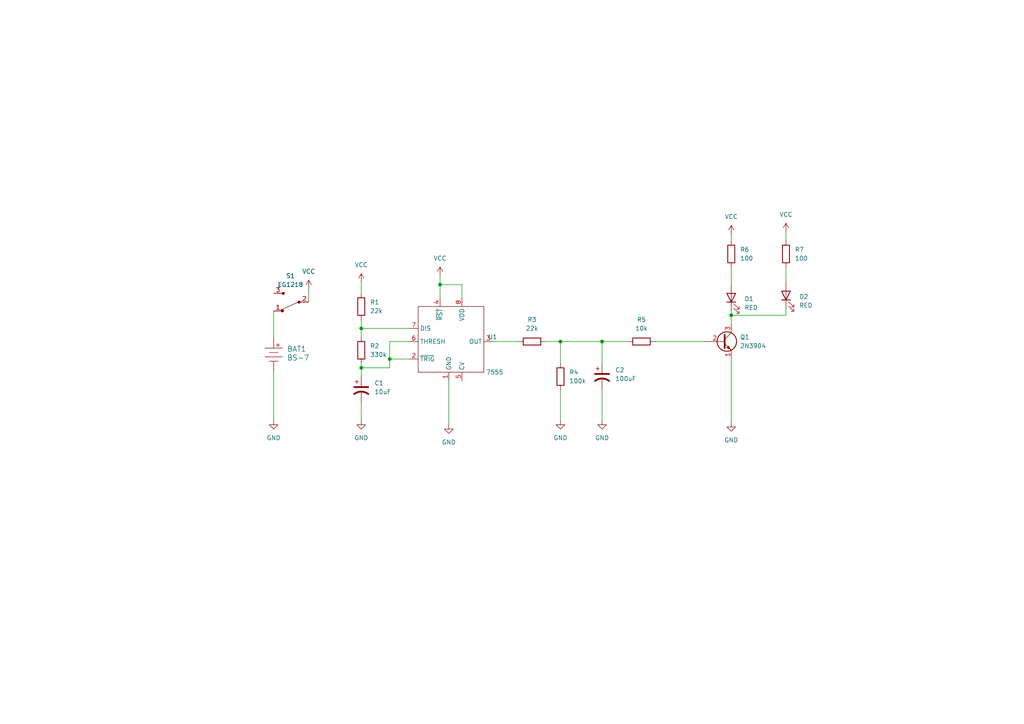
<source format=kicad_sch>
(kicad_sch (version 20230121) (generator eeschema)
  (paper "A4")
  (title_block (title "555 Badge") (date "2023-06-27") (rev "v01") (comment 2 "creativecommons.org/licenses/by/4.0/") (comment 3 "License: CC BY 4.0") (comment 4 "Author: PM"))
  (lib_symbols
    (symbol "555_component:7555"
      (property "Reference" "U" (at -10.16 10.16 0))
      (symbol "7555_0_1"
        (rectangle (start -10.16 8.89) (end 8.89 -10.16))
        (rectangle (start -8.89 7.62) (end -8.89 7.62))
      )
      (symbol "7555_1_1"
        (pin input line (at -1.27 -12.7 90) (length 2.54) (name "GND") (number "1"))
        (pin input line (at -12.7 -6.35 0) (length 2.54) (name "~{TRIG}") (number "2"))
        (pin input line (at 11.43 -1.27 180) (length 2.54) (name "OUT") (number "3"))
        (pin input line (at -3.81 11.43 270) (length 2.54) (name "~{RST}") (number "4"))
        (pin input line (at 2.54 -12.7 90) (length 2.54) (name "CV") (number "5"))
        (pin input line (at -12.7 -1.27 0) (length 2.54) (name "THRESH") (number "6"))
        (pin input line (at -12.7 2.54 0) (length 2.54) (name "DIS") (number "7"))
        (pin input line (at 2.54 11.43 270) (length 2.54) (name "VDD") (number "8"))
      )
    )
    (symbol "Device:C_Polarized_US" (pin_numbers hide) (pin_names (offset 0.254) hide)
      (property "Reference" "C" (at 0.635 2.54 0))
      (property "Value" "C_Polarized_US" (at 0.635 -2.54 0))
      (symbol "C_Polarized_US_0_1"
        (polyline (pts (xy -2.032 0.762) (xy 2.032 0.762)) (stroke (width 0.508)))
        (polyline (pts (xy -1.778 2.286) (xy -0.762 2.286)))
        (polyline (pts (xy -1.27 1.778) (xy -1.27 2.794)))
        (arc (start 2.032 -1.27) (mid 0 -0.5572) (end -2.032 -1.27) (stroke (width 0.508)))
      )
      (symbol "C_Polarized_US_1_1"
        (pin passive line (at 0 3.81 270) (length 2.794) (name "~") (number "1"))
        (pin passive line (at 0 -3.81 90) (length 3.302) (name "~") (number "2"))
      )
    )
    (symbol "Device:LED" (pin_numbers hide) (pin_names (offset 1.016) hide)
      (property "Reference" "D" (at 0 2.54 0))
      (property "Value" "LED" (at 0 -2.54 0))
      (symbol "LED_0_1"
        (polyline (pts (xy -1.27 -1.27) (xy -1.27 1.27)) (stroke (width 0.254)))
        (polyline (pts (xy -1.27 0) (xy 1.27 0)))
        (polyline (pts (xy 1.27 -1.27) (xy 1.27 1.27) (xy -1.27 0) (xy 1.27 -1.27)) (stroke (width 0.254)))
        (polyline (pts (xy -3.048 -0.762) (xy -4.572 -2.286) (xy -3.81 -2.286) (xy -4.572 -2.286) (xy -4.572 -1.524)))
        (polyline (pts (xy -1.778 -0.762) (xy -3.302 -2.286) (xy -2.54 -2.286) (xy -3.302 -2.286) (xy -3.302 -1.524)))
      )
      (symbol "LED_1_1"
        (pin passive line (at -3.81 0 0) (length 2.54) (name "K") (number "1"))
        (pin passive line (at 3.81 0 180) (length 2.54) (name "A") (number "2"))
      )
    )
    (symbol "Device:R" (pin_numbers hide) (pin_names (offset 0))
      (property "Reference" "R" (at 2.032 0 90))
      (property "Value" "R" (at 0 0 90))
      (symbol "R_0_1"
        (rectangle (start -1.016 -2.54) (end 1.016 2.54) (stroke (width 0.254)))
      )
      (symbol "R_1_1"
        (pin passive line (at 0 3.81 270) (length 1.27) (name "~") (number "1"))
        (pin passive line (at 0 -3.81 90) (length 1.27) (name "~") (number "2"))
      )
    )
    (symbol "Transistor_BJT:2N3904" (pin_names (offset 0) hide)
      (property "Reference" "Q" (at 5.08 1.905 0))
      (property "Value" "2N3904" (at 5.08 0 0))
      (symbol "2N3904_0_1"
        (polyline (pts (xy 0.635 0.635) (xy 2.54 2.54)))
        (polyline (pts (xy 0.635 -0.635) (xy 2.54 -2.54) (xy 2.54 -2.54)))
        (polyline (pts (xy 0.635 1.905) (xy 0.635 -1.905) (xy 0.635 -1.905)) (stroke (width 0.508)))
        (polyline (pts (xy 1.27 -1.778) (xy 1.778 -1.27) (xy 2.286 -2.286) (xy 1.27 -1.778) (xy 1.27 -1.778)) (fill (type outline)))
        (circle (center 1.27 0) (radius 2.8194) (stroke (width 0.254)))
      )
      (symbol "2N3904_1_1"
        (pin passive line (at 2.54 -5.08 90) (length 2.54) (name "E") (number "1"))
        (pin passive line (at -5.08 0 0) (length 5.715) (name "B") (number "2"))
        (pin passive line (at 2.54 5.08 270) (length 2.54) (name "C") (number "3"))
      )
    )
    (symbol "dk_Battery-Holders-Clips-Contacts:BS-7" (pin_numbers hide) (pin_names (offset 1.016))
      (property "Reference" "BAT" (at -1.27 3.81 0))
      (property "Value" "BS-7" (at -1.27 -3.81 0))
      (symbol "BS-7_1_1"
        (polyline (pts (xy 0 -2.54) (xy 0 -1.905)))
        (polyline (pts (xy 0 1.905) (xy 0 2.54)))
        (polyline (pts (xy 1.27 -1.905) (xy -1.27 -1.905)))
        (polyline (pts (xy 1.27 0.635) (xy -1.27 0.635)))
        (polyline (pts (xy 1.27 2.286) (xy 1.27 3.302)))
        (polyline (pts (xy 1.778 2.794) (xy 0.762 2.794)))
        (polyline (pts (xy 2.54 -0.635) (xy -2.54 -0.635)))
        (polyline (pts (xy 2.54 1.905) (xy -2.54 1.905)))
        (pin power_out line (at 0 -5.08 90) (length 2.54) (name "~") (number "Neg"))
        (pin power_out line (at 0 5.08 270) (length 2.54) (name "~") (number "Pos"))
      )
    )
    (symbol "dk_Slide-Switches:EG1218" (pin_names (offset 0))
      (property "Reference" "S" (at -3.81 2.286 0))
      (property "Value" "EG1218" (at 0 -5.334 0))
      (symbol "EG1218_0_1"
        (circle (center -2.286 0) (radius 0.3556) (fill (type outline)))
        (polyline (pts (xy -2.032 0) (xy 3.048 2.286)))
        (circle (center 2.286 -2.54) (radius 0.3556) (fill (type outline)))
        (circle (center 2.54 2.54) (radius 0.3556) (fill (type outline)))
      )
      (symbol "EG1218_1_1"
        (pin passive line (at 5.08 2.54 180) (length 2.54) (name "~") (number "1"))
        (pin passive line (at -5.08 0 0) (length 2.54) (name "~") (number "2"))
        (pin passive line (at 5.08 -2.54 180) (length 2.54) (name "~") (number "3"))
      )
    )
    (symbol "power:GND" (power) (pin_names (offset 0))
      (property "Value" "GND" (at 0 -3.81 0))
      (symbol "GND_0_1"
        (polyline (pts (xy 0 0) (xy 0 -1.27) (xy 1.27 -1.27) (xy 0 -2.54) (xy -1.27 -1.27) (xy 0 -1.27)))
      )
      (symbol "GND_1_1"
        (pin power_in line (at 0 0 270) (length 0) hide (name "GND") (number "1"))
      )
    )
    (symbol "power:VCC" (power) (pin_names (offset 0))
      (property "Value" "VCC" (at 0 3.81 0))
      (symbol "VCC_0_1"
        (polyline (pts (xy -0.762 1.27) (xy 0 2.54)))
        (polyline (pts (xy 0 0) (xy 0 2.54)))
        (polyline (pts (xy 0 2.54) (xy 0.762 1.27)))
      )
      (symbol "VCC_1_1"
        (pin power_in line (at 0 0 90) (length 0) hide (name "VCC") (number "1"))
      )
    )
  )
  (junction (at 104.775 106.68))
  (junction (at 162.56 99.06))
  (junction (at 212.09 91.44))
  (junction (at 104.775 95.25))
  (junction (at 113.03 104.14))
  (junction (at 127.635 82.55))
  (junction (at 174.625 99.06))
  (wire (pts (xy 133.985 82.55) (xy 133.985 86.36)))
  (wire (pts (xy 227.965 89.535) (xy 227.965 91.44)))
  (wire (pts (xy 130.175 110.49) (xy 130.175 123.19)))
  (wire (pts (xy 162.56 113.03) (xy 162.56 121.92)))
  (wire (pts (xy 104.775 106.68) (xy 104.775 109.22)))
  (wire (pts (xy 89.535 83.82) (xy 89.535 87.63)))
  (wire (pts (xy 113.03 104.14) (xy 113.03 106.68)))
  (wire (pts (xy 162.56 99.06) (xy 174.625 99.06)))
  (wire (pts (xy 174.625 99.06) (xy 174.625 105.41)))
  (wire (pts (xy 118.745 104.14) (xy 113.03 104.14)))
  (wire (pts (xy 212.09 104.14) (xy 212.09 122.555)))
  (wire (pts (xy 79.375 90.17) (xy 79.375 97.79)))
  (wire (pts (xy 174.625 113.03) (xy 174.625 121.92)))
  (wire (pts (xy 104.775 105.41) (xy 104.775 106.68)))
  (wire (pts (xy 227.965 77.47) (xy 227.965 81.915)))
  (wire (pts (xy 113.03 106.68) (xy 104.775 106.68)))
  (wire (pts (xy 104.775 95.25) (xy 118.745 95.25)))
  (wire (pts (xy 174.625 99.06) (xy 182.245 99.06)))
  (wire (pts (xy 127.635 82.55) (xy 127.635 86.36)))
  (wire (pts (xy 212.09 91.44) (xy 212.09 93.98)))
  (wire (pts (xy 127.635 82.55) (xy 133.985 82.55)))
  (wire (pts (xy 212.09 90.17) (xy 212.09 91.44)))
  (wire (pts (xy 212.09 91.44) (xy 227.965 91.44)))
  (wire (pts (xy 104.775 81.915) (xy 104.775 85.09)))
  (wire (pts (xy 212.09 77.47) (xy 212.09 82.55)))
  (wire (pts (xy 104.775 116.84) (xy 104.775 121.92)))
  (wire (pts (xy 104.775 95.25) (xy 104.775 97.79)))
  (wire (pts (xy 127.635 80.01) (xy 127.635 82.55)))
  (wire (pts (xy 104.775 92.71) (xy 104.775 95.25)))
  (wire (pts (xy 189.865 99.06) (xy 204.47 99.06)))
  (wire (pts (xy 162.56 99.06) (xy 162.56 105.41)))
  (wire (pts (xy 118.745 99.06) (xy 113.03 99.06)))
  (wire (pts (xy 142.875 99.06) (xy 150.495 99.06)))
  (wire (pts (xy 79.375 107.95) (xy 79.375 121.92)))
  (wire (pts (xy 227.965 67.31) (xy 227.965 69.85)))
  (wire (pts (xy 212.09 67.945) (xy 212.09 69.85)))
  (wire (pts (xy 158.115 99.06) (xy 162.56 99.06)))
  (wire (pts (xy 113.03 99.06) (xy 113.03 104.14)))
  (symbol (lib_id "Device:R") (at 104.775 101.6 0) (unit 1)
    (property "Reference" "R2" (at 107.315 100.33 0) (effects (justify left)))
    (property "Value" "330k" (at 107.315 102.87 0) (effects (justify left)))
    (property "Footprint" "Resistor_THT:R_Axial_DIN0207_L6.3mm_D2.5mm_P7.62mm_Horizontal" (effects hide))
  )
  (symbol (lib_id "power:GND") (at 130.175 123.19 0) (unit 1)
    (property "Reference" "#PWR06" (effects hide))
    (property "Value" "GND" (at 130.175 128.27 0))
  )
  (symbol (lib_id "power:GND") (at 162.56 121.92 0) (unit 1)
    (property "Reference" "#PWR07" (effects hide))
    (property "Value" "GND" (at 162.56 127 0))
  )
  (symbol (lib_id "power:GND") (at 79.375 121.92 0) (unit 1)
    (property "Reference" "#PWR01" (effects hide))
    (property "Value" "GND" (at 79.375 127 0))
  )
  (symbol (lib_id "Device:LED") (at 227.965 85.725 90) (unit 1)
    (property "Reference" "D2" (at 231.775 86.0425 90) (effects (justify right)))
    (property "Value" "RED" (at 231.775 88.5825 90) (effects (justify right)))
    (property "Footprint" "LED_THT:LED_D3.0mm" (effects hide))
  )
  (symbol (lib_id "power:VCC") (at 227.965 67.31 0) (unit 1)
    (property "Reference" "#PWR011" (effects hide))
    (property "Value" "VCC" (at 227.965 62.23 0))
  )
  (symbol (lib_id "555_component:7555") (at 131.445 97.79 0) (unit 1)
    (property "Reference" "U1" (at 142.875 97.7139 0))
    (property "Value" "7555" (at 143.51 107.95 0))
    (property "Footprint" "555_Timer:ICM7555-PDIP" (effects hide))
  )
  (symbol (lib_id "power:VCC") (at 104.775 81.915 0) (unit 1)
    (property "Reference" "#PWR03" (effects hide))
    (property "Value" "VCC" (at 104.775 76.835 0))
  )
  (symbol (lib_id "dk_Slide-Switches:EG1218") (at 84.455 87.63 180) (unit 1)
    (property "Reference" "S1" (at 84.2518 80.01 0))
    (property "Value" "EG1218" (at 84.2518 82.55 0))
    (property "Footprint" "digikey-footprints:Switch_Slide_11.6x4mm_EG1218" (effects hide))
    (property "Datasheet" "http://spec_sheets.e-switch.com/specs/P040040.pdf" (effects hide))
    (property "Digi-Key_PN" "EG1903-ND" (effects hide))
    (property "MPN" "EG1218" (effects hide))
    (property "Category" "Switches" (effects hide))
    (property "Family" "Slide Switches" (effects hide))
    (property "DK_Datasheet_Link" "http://spec_sheets.e-switch.com/specs/P040040.pdf" (effects hide))
    (property "DK_Detail_Page" "/product-detail/en/e-switch/EG1218/EG1903-ND/101726" (effects hide))
    (property "Description" "SWITCH SLIDE SPDT 200MA 30V" (effects hide))
    (property "Manufacturer" "E-Switch" (effects hide))
    (property "Status" "Active" (effects hide))
  )
  (symbol (lib_id "Device:R") (at 154.305 99.06 90) (unit 1)
    (property "Reference" "R3" (at 154.305 92.71 90))
    (property "Value" "22k" (at 154.305 95.25 90))
    (property "Footprint" "Resistor_THT:R_Axial_DIN0207_L6.3mm_D2.5mm_P7.62mm_Horizontal" (effects hide))
  )
  (symbol (lib_id "Device:R") (at 212.09 73.66 0) (unit 1)
    (property "Reference" "R6" (at 214.63 72.39 0) (effects (justify left)))
    (property "Value" "100" (at 214.63 74.93 0) (effects (justify left)))
    (property "Footprint" "Resistor_THT:R_Axial_DIN0207_L6.3mm_D2.5mm_P7.62mm_Horizontal" (effects hide))
  )
  (symbol (lib_id "Device:R") (at 162.56 109.22 0) (unit 1)
    (property "Reference" "R4" (at 165.1 107.95 0) (effects (justify left)))
    (property "Value" "100k" (at 165.1 110.49 0) (effects (justify left)))
    (property "Footprint" "Resistor_THT:R_Axial_DIN0207_L6.3mm_D2.5mm_P7.62mm_Horizontal" (effects hide))
  )
  (symbol (lib_id "power:GND") (at 104.775 121.92 0) (unit 1)
    (property "Reference" "#PWR04" (effects hide))
    (property "Value" "GND" (at 104.775 127 0))
  )
  (symbol (lib_id "Device:R") (at 104.775 88.9 0) (unit 1)
    (property "Reference" "R1" (at 107.315 87.63 0) (effects (justify left)))
    (property "Value" "22k" (at 107.315 90.17 0) (effects (justify left)))
    (property "Footprint" "Resistor_THT:R_Axial_DIN0207_L6.3mm_D2.5mm_P7.62mm_Horizontal" (effects hide))
  )
  (symbol (lib_id "Device:R") (at 186.055 99.06 270) (unit 1)
    (property "Reference" "R5" (at 186.055 92.71 90))
    (property "Value" "10k" (at 186.055 95.25 90))
    (property "Footprint" "Resistor_THT:R_Axial_DIN0207_L6.3mm_D2.5mm_P7.62mm_Horizontal" (effects hide))
  )
  (symbol (lib_id "power:VCC") (at 127.635 80.01 0) (unit 1)
    (property "Reference" "#PWR05" (effects hide))
    (property "Value" "VCC" (at 127.635 74.93 0))
  )
  (symbol (lib_id "Device:C_Polarized_US") (at 104.775 113.03 0) (unit 1)
    (property "Reference" "C1" (at 108.585 111.125 0) (effects (justify left)))
    (property "Value" "10uF" (at 108.585 113.665 0) (effects (justify left)))
    (property "Footprint" "Capacitor_THT:CP_Radial_D5.0mm_P2.00mm" (effects hide))
  )
  (symbol (lib_id "dk_Battery-Holders-Clips-Contacts:BS-7") (at 79.375 102.87 0) (unit 1)
    (property "Reference" "BAT1" (at 83.185 101.219 0) (effects (font (size 1.524 1.524)) (justify left)))
    (property "Value" "BS-7" (at 83.185 103.759 0) (effects (font (size 1.524 1.524)) (justify left)))
    (property "Footprint" "digikey-footprints:Battery_Holder_Coin_2032_BS-7" (effects hide))
    (property "Datasheet" "http://www.memoryprotectiondevices.com/datasheets/BS-7-datasheet.pdf" (effects hide))
    (property "Digi-Key_PN" "BS-7-ND" (effects hide))
    (property "MPN" "BS-7" (effects hide))
    (property "Category" "Battery Products" (effects hide))
    (property "Family" "Battery Holders, Clips, Contacts" (effects hide))
    (property "DK_Datasheet_Link" "http://www.memoryprotectiondevices.com/datasheets/BS-7-datasheet.pdf" (effects hide))
    (property "DK_Detail_Page" "/product-detail/en/mpd-memory-protection-devices/BS-7/BS-7-ND/389447" (effects hide))
    (property "Description" "BATTERY HOLDER COIN 20MM PC PIN" (effects hide))
    (property "Manufacturer" "MPD (Memory Protection Devices)" (effects hide))
    (property "Status" "Active" (effects hide))
  )
  (symbol (lib_id "power:VCC") (at 212.09 67.945 0) (unit 1)
    (property "Reference" "#PWR09" (effects hide))
    (property "Value" "VCC" (at 212.09 62.865 0))
  )
  (symbol (lib_id "Device:C_Polarized_US") (at 174.625 109.22 0) (unit 1)
    (property "Reference" "C2" (at 178.435 107.315 0) (effects (justify left)))
    (property "Value" "100uF" (at 178.435 109.855 0) (effects (justify left)))
    (property "Footprint" "Capacitor_THT:CP_Radial_D6.3mm_P2.50mm" (effects hide))
  )
  (symbol (lib_id "power:GND") (at 174.625 121.92 0) (unit 1)
    (property "Reference" "#PWR08" (effects hide))
    (property "Value" "GND" (at 174.625 127 0))
  )
  (symbol (lib_id "power:GND") (at 212.09 122.555 0) (unit 1)
    (property "Reference" "#PWR010" (effects hide))
    (property "Value" "GND" (at 212.09 127.635 0))
  )
  (symbol (lib_id "Device:R") (at 227.965 73.66 0) (unit 1)
    (property "Reference" "R7" (at 230.505 72.39 0) (effects (justify left)))
    (property "Value" "100" (at 230.505 74.93 0) (effects (justify left)))
    (property "Footprint" "Resistor_THT:R_Axial_DIN0207_L6.3mm_D2.5mm_P7.62mm_Horizontal" (effects hide))
  )
  (symbol (lib_id "power:VCC") (at 89.535 83.82 0) (unit 1)
    (property "Reference" "#PWR02" (effects hide))
    (property "Value" "VCC" (at 89.535 78.74 0))
  )
  (symbol (lib_id "Device:LED") (at 212.09 86.36 90) (unit 1)
    (property "Reference" "D1" (at 215.9 86.6775 90) (effects (justify right)))
    (property "Value" "RED" (at 215.9 89.2175 90) (effects (justify right)))
    (property "Footprint" "LED_THT:LED_D3.0mm" (effects hide))
  )
  (symbol (lib_id "Transistor_BJT:2N3904") (at 209.55 99.06 0) (unit 1)
    (property "Reference" "Q1" (at 214.63 97.79 0) (effects (justify left)))
    (property "Value" "2N3904" (at 214.63 100.33 0) (effects (justify left)))
    (property "Footprint" "digikey-footprints:TO-92-3" (effects hide))
    (property "Datasheet" "https://www.onsemi.com/pub/Collateral/2N3903-D.PDF" (effects hide))
  )
)
</source>
